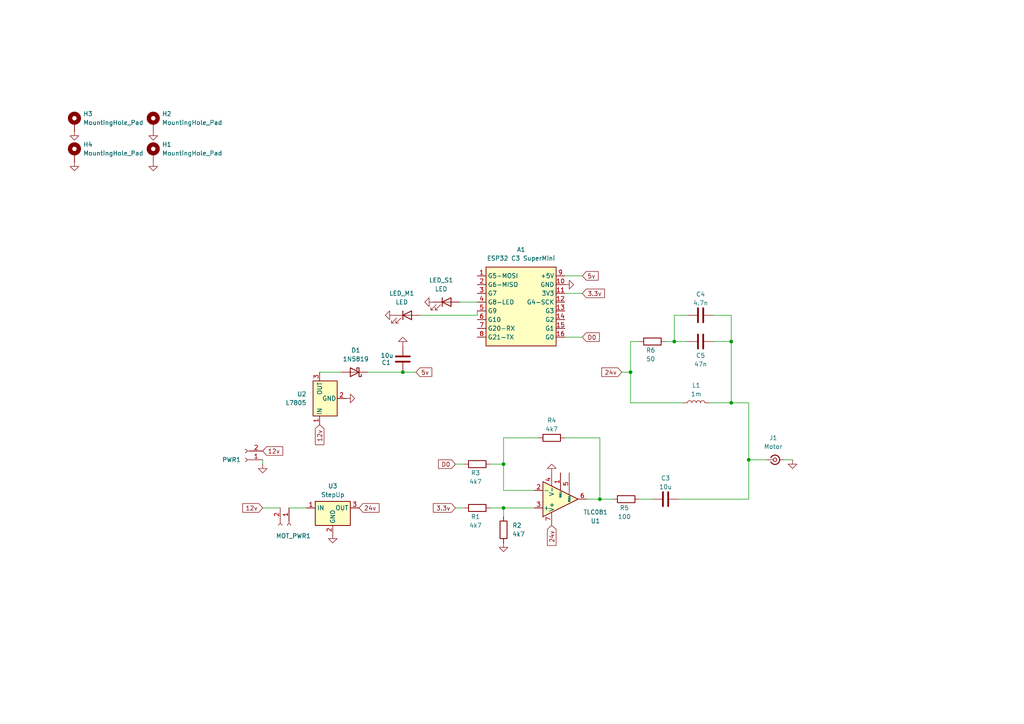
<source format=kicad_sch>
(kicad_sch (version 20231120) (generator "eeschema") (generator_version "8.0")
  (paper "A4")
  (lib_symbols
    (symbol "Amplifier_Operational:LM741" (pin_names (offset 0.127))
      (property "Reference" "U" (at 0 6.35 0))
      (property "Value" "LM741" (at 0 3.81 0))
      (symbol "LM741_0_1"
        (polyline (pts (xy -5.08 5.08) (xy 5.08 0) (xy -5.08 -5.08) (xy -5.08 5.08)) (stroke (width 0.254)) (fill (type background)))
      )
      (symbol "LM741_1_1"
        (pin input line (at 0 -7.62 90) (length 5.08) (name "NULL") (number "1"))
        (pin input line (at -7.62 -2.54 0) (length 2.54) (name "-") (number "2"))
        (pin input line (at -7.62 2.54 0) (length 2.54) (name "+") (number "3"))
        (pin power_in line (at -2.54 -7.62 90) (length 3.81) (name "V-") (number "4"))
        (pin input line (at 2.54 -7.62 90) (length 6.35) (name "NULL") (number "5"))
        (pin output line (at 7.62 0 180) (length 2.54) (name "~") (number "6"))
        (pin power_in line (at -2.54 7.62 270) (length 3.81) (name "V+") (number "7"))
        (pin no_connect line (at 0 2.54 270) (length 2.54) hide (name "NC") (number "8"))
      )
    )
    (symbol "Connector:Conn_01x02_Socket" (pin_names (offset 1.016) hide)
      (property "Reference" "J" (at 0 2.54 0))
      (property "Value" "Conn_01x02_Socket" (at 0 -5.08 0))
      (symbol "Conn_01x02_Socket_1_1"
        (arc (start 0 -2.032) (mid -0.5058 -2.54) (end 0 -3.048) (stroke (width 0.1524)))
        (polyline (pts (xy -1.27 -2.54) (xy -0.508 -2.54)) (stroke (width 0.1524)))
        (polyline (pts (xy -1.27 0) (xy -0.508 0)) (stroke (width 0.1524)))
        (arc (start 0 0.508) (mid -0.5058 0) (end 0 -0.508) (stroke (width 0.1524)))
        (pin passive line (at -5.08 0 0) (length 3.81) (name "Pin_1") (number "1"))
        (pin passive line (at -5.08 -2.54 0) (length 3.81) (name "Pin_2") (number "2"))
      )
    )
    (symbol "Connector:Conn_Coaxial_Small" (pin_numbers hide) (pin_names (offset 1.016) hide)
      (property "Reference" "J" (at 0.254 3.048 0))
      (property "Value" "Conn_Coaxial_Small" (at 0 -3.81 0))
      (symbol "Conn_Coaxial_Small_0_1"
        (polyline (pts (xy -2.54 0) (xy -0.508 0)))
        (circle (center 0 0) (radius 0.508) (stroke (width 0.2032)))
      )
      (symbol "Conn_Coaxial_Small_1_1"
        (arc (start -1.1916 -0.6311) (mid 0.327 -1.3081) (end 1.3484 0.0039) (stroke (width 0.3048)))
        (arc (start 1.3484 -0.0039) (mid 0.327 1.3081) (end -1.1916 0.6311) (stroke (width 0.3048)))
        (pin passive line (at -2.54 0 0) (length 1.27) (name "In") (number "1"))
        (pin passive line (at 2.54 0 180) (length 1.27) (name "Ext") (number "2"))
      )
    )
    (symbol "Device:C" (pin_numbers hide) (pin_names (offset 0.254))
      (property "Reference" "C" (at 0.635 2.54 0))
      (property "Value" "C" (at 0.635 -2.54 0))
      (symbol "C_0_1"
        (polyline (pts (xy -2.032 -0.762) (xy 2.032 -0.762)) (stroke (width 0.508)))
        (polyline (pts (xy -2.032 0.762) (xy 2.032 0.762)) (stroke (width 0.508)))
      )
      (symbol "C_1_1"
        (pin passive line (at 0 3.81 270) (length 2.794) (name "~") (number "1"))
        (pin passive line (at 0 -3.81 90) (length 2.794) (name "~") (number "2"))
      )
    )
    (symbol "Device:L" (pin_numbers hide) (pin_names (offset 1.016) hide)
      (property "Reference" "L" (at -1.27 0 90))
      (property "Value" "L" (at 1.905 0 90))
      (symbol "L_0_1"
        (arc (start 0 -2.54) (mid 0.6323 -1.905) (end 0 -1.27))
        (arc (start 0 -1.27) (mid 0.6323 -0.635) (end 0 0))
        (arc (start 0 0) (mid 0.6323 0.635) (end 0 1.27))
        (arc (start 0 1.27) (mid 0.6323 1.905) (end 0 2.54))
      )
      (symbol "L_1_1"
        (pin passive line (at 0 3.81 270) (length 1.27) (name "1") (number "1"))
        (pin passive line (at 0 -3.81 90) (length 1.27) (name "2") (number "2"))
      )
    )
    (symbol "Device:LED" (pin_numbers hide) (pin_names (offset 1.016) hide)
      (property "Reference" "D" (at 0 2.54 0))
      (property "Value" "LED" (at 0 -2.54 0))
      (symbol "LED_0_1"
        (polyline (pts (xy -1.27 -1.27) (xy -1.27 1.27)) (stroke (width 0.254)))
        (polyline (pts (xy -1.27 0) (xy 1.27 0)))
        (polyline (pts (xy 1.27 -1.27) (xy 1.27 1.27) (xy -1.27 0) (xy 1.27 -1.27)) (stroke (width 0.254)))
        (polyline (pts (xy -3.048 -0.762) (xy -4.572 -2.286) (xy -3.81 -2.286) (xy -4.572 -2.286) (xy -4.572 -1.524)))
        (polyline (pts (xy -1.778 -0.762) (xy -3.302 -2.286) (xy -2.54 -2.286) (xy -3.302 -2.286) (xy -3.302 -1.524)))
      )
      (symbol "LED_1_1"
        (pin passive line (at -3.81 0 0) (length 2.54) (name "K") (number "1"))
        (pin passive line (at 3.81 0 180) (length 2.54) (name "A") (number "2"))
      )
    )
    (symbol "Device:R" (pin_numbers hide) (pin_names (offset 0))
      (property "Reference" "R" (at 2.032 0 90))
      (property "Value" "R" (at 0 0 90))
      (symbol "R_0_1"
        (rectangle (start -1.016 -2.54) (end 1.016 2.54) (stroke (width 0.254)))
      )
      (symbol "R_1_1"
        (pin passive line (at 0 3.81 270) (length 1.27) (name "~") (number "1"))
        (pin passive line (at 0 -3.81 90) (length 1.27) (name "~") (number "2"))
      )
    )
    (symbol "Diode:1N5819" (pin_numbers hide) (pin_names (offset 1.016) hide)
      (property "Reference" "D" (at 0 2.54 0))
      (property "Value" "1N5819" (at 0 -2.54 0))
      (symbol "1N5819_0_1"
        (polyline (pts (xy 1.27 0) (xy -1.27 0)))
        (polyline (pts (xy 1.27 1.27) (xy 1.27 -1.27) (xy -1.27 0) (xy 1.27 1.27)) (stroke (width 0.254)))
        (polyline (pts (xy -1.905 0.635) (xy -1.905 1.27) (xy -1.27 1.27) (xy -1.27 -1.27) (xy -0.635 -1.27) (xy -0.635 -0.635)) (stroke (width 0.254)))
      )
      (symbol "1N5819_1_1"
        (pin passive line (at -3.81 0 0) (length 2.54) (name "K") (number "1"))
        (pin passive line (at 3.81 0 180) (length 2.54) (name "A") (number "2"))
      )
    )
    (symbol "Mechanical:MountingHole_Pad" (pin_numbers hide) (pin_names (offset 1.016) hide) (exclude_from_sim yes) (in_bom no)
      (property "Reference" "H" (at 0 6.35 0))
      (property "Value" "MountingHole_Pad" (at 0 4.445 0))
      (symbol "MountingHole_Pad_0_1"
        (circle (center 0 1.27) (radius 1.27) (stroke (width 1.27)))
      )
      (symbol "MountingHole_Pad_1_1"
        (pin input line (at 0 -2.54 90) (length 2.54) (name "1") (number "1"))
      )
    )
    (symbol "Regulator_Linear:L7805" (pin_names (offset 0.254))
      (property "Reference" "U" (at -3.81 3.175 0))
      (property "Value" "L7805" (at 0 3.175 0))
      (symbol "L7805_0_1"
        (rectangle (start -5.08 1.905) (end 5.08 -5.08) (stroke (width 0.254)) (fill (type background)))
      )
      (symbol "L7805_1_1"
        (pin power_in line (at -7.62 0 0) (length 2.54) (name "IN") (number "1"))
        (pin power_in line (at 0 -7.62 90) (length 2.54) (name "GND") (number "2"))
        (pin power_out line (at 7.62 0 180) (length 2.54) (name "OUT") (number "3"))
      )
    )
    (symbol "Symbols:ESP32 C3 SuperMini"
      (property "Reference" "A" (at -10.16 23.495 0))
      (property "Value" "ESP32 C3 SuperMini" (at -6.604 25.4 0))
      (symbol "ESP32 C3 SuperMini_0_1"
        (rectangle (start -10.16 22.86) (end 10.16 0) (stroke (width 0.254)) (fill (type background)))
      )
      (symbol "ESP32 C3 SuperMini_1_1"
        (pin bidirectional line (at -12.7 20.32 0) (length 2.54) (name "G5-MOSI") (number "1"))
        (pin power_in line (at 12.7 17.78 180) (length 2.54) (name "GND") (number "10"))
        (pin power_out line (at 12.7 15.24 180) (length 2.54) (name "3V3") (number "11"))
        (pin bidirectional line (at 12.7 12.7 180) (length 2.54) (name "G4-SCK") (number "12"))
        (pin bidirectional line (at 12.7 10.16 180) (length 2.54) (name "G3") (number "13"))
        (pin bidirectional line (at 12.7 7.62 180) (length 2.54) (name "G2") (number "14"))
        (pin bidirectional line (at 12.7 5.08 180) (length 2.54) (name "G1") (number "15"))
        (pin bidirectional line (at 12.7 2.54 180) (length 2.54) (name "G0") (number "16"))
        (pin bidirectional line (at -12.7 17.78 0) (length 2.54) (name "G6-MISO") (number "2"))
        (pin bidirectional line (at -12.7 15.24 0) (length 2.54) (name "G7") (number "3"))
        (pin bidirectional line (at -12.7 12.7 0) (length 2.54) (name "G8-LED") (number "4"))
        (pin bidirectional line (at -12.7 10.16 0) (length 2.54) (name "G9") (number "5"))
        (pin bidirectional line (at -12.7 7.62 0) (length 2.54) (name "G10") (number "6"))
        (pin bidirectional line (at -12.7 5.08 0) (length 2.54) (name "G20-RX") (number "7"))
        (pin bidirectional line (at -12.7 2.54 0) (length 2.54) (name "G21-TX") (number "8"))
        (pin power_in line (at 12.7 20.32 180) (length 2.54) (name "+5V") (number "9"))
      )
    )
    (symbol "Symbols:StepUp"
      (property "Reference" "U" (at 0 0 0))
      (property "Value" "StepUp" (at 0 0 0))
      (symbol "StepUp_0_1"
        (rectangle (start -11.43 10.795) (end -1.27 3.81) (stroke (width 0.254)) (fill (type background)))
      )
      (symbol "StepUp_1_1"
        (pin power_in line (at -13.97 8.89 0) (length 2.54) (name "IN") (number "1"))
        (pin power_in line (at -6.35 1.27 90) (length 2.54) (name "GND") (number "2"))
        (pin power_out line (at 1.27 8.89 180) (length 2.54) (name "OUT") (number "3"))
      )
    )
    (symbol "power:GND" (power) (pin_numbers hide) (pin_names (offset 0) hide)
      (property "Value" "GND" (at 0 -3.81 0))
      (symbol "GND_0_1"
        (polyline (pts (xy 0 0) (xy 0 -1.27) (xy 1.27 -1.27) (xy 0 -2.54) (xy -1.27 -1.27) (xy 0 -1.27)))
      )
      (symbol "GND_1_1"
        (pin power_in line (at 0 0 270) (length 0) (name "~") (number "1"))
      )
    )
  )
  (junction (at 182.88 107.95))
  (junction (at 212.09 99.06))
  (junction (at 195.58 99.06))
  (junction (at 173.99 144.78))
  (junction (at 217.17 133.35))
  (junction (at 146.05 147.32))
  (junction (at 146.05 134.62))
  (junction (at 116.84 107.95))
  (junction (at 212.09 116.84))
  (wire (pts (xy 212.09 99.06) (xy 212.09 116.84)))
  (wire (pts (xy 76.2 133.35) (xy 76.2 134.62)))
  (wire (pts (xy 146.05 134.62) (xy 146.05 142.24)))
  (wire (pts (xy 142.24 134.62) (xy 146.05 134.62)))
  (wire (pts (xy 173.99 144.78) (xy 170.18 144.78)))
  (wire (pts (xy 106.68 107.95) (xy 116.84 107.95)))
  (wire (pts (xy 217.17 144.78) (xy 217.17 133.35)))
  (wire (pts (xy 132.08 134.62) (xy 134.62 134.62)))
  (wire (pts (xy 146.05 127) (xy 146.05 134.62)))
  (wire (pts (xy 222.25 133.35) (xy 217.17 133.35)))
  (wire (pts (xy 217.17 116.84) (xy 217.17 133.35)))
  (wire (pts (xy 116.84 107.95) (xy 120.65 107.95)))
  (wire (pts (xy 173.99 127) (xy 173.99 144.78)))
  (wire (pts (xy 76.2 147.32) (xy 81.28 147.32)))
  (wire (pts (xy 168.91 97.79) (xy 163.83 97.79)))
  (wire (pts (xy 132.08 147.32) (xy 134.62 147.32)))
  (wire (pts (xy 146.05 147.32) (xy 154.94 147.32)))
  (wire (pts (xy 138.43 91.44) (xy 138.43 90.17)))
  (wire (pts (xy 198.12 116.84) (xy 182.88 116.84)))
  (wire (pts (xy 195.58 91.44) (xy 195.58 99.06)))
  (wire (pts (xy 182.88 107.95) (xy 182.88 116.84)))
  (wire (pts (xy 92.71 107.95) (xy 99.06 107.95)))
  (wire (pts (xy 185.42 99.06) (xy 182.88 99.06)))
  (wire (pts (xy 229.87 133.35) (xy 227.33 133.35)))
  (wire (pts (xy 168.91 85.09) (xy 163.83 85.09)))
  (wire (pts (xy 212.09 91.44) (xy 212.09 99.06)))
  (wire (pts (xy 138.43 91.44) (xy 121.92 91.44)))
  (wire (pts (xy 212.09 99.06) (xy 207.01 99.06)))
  (wire (pts (xy 133.35 87.63) (xy 138.43 87.63)))
  (wire (pts (xy 180.34 107.95) (xy 182.88 107.95)))
  (wire (pts (xy 168.91 80.01) (xy 163.83 80.01)))
  (wire (pts (xy 173.99 144.78) (xy 177.8 144.78)))
  (wire (pts (xy 142.24 147.32) (xy 146.05 147.32)))
  (wire (pts (xy 189.23 144.78) (xy 185.42 144.78)))
  (wire (pts (xy 83.82 147.32) (xy 88.9 147.32)))
  (wire (pts (xy 195.58 91.44) (xy 199.39 91.44)))
  (wire (pts (xy 146.05 149.86) (xy 146.05 147.32)))
  (wire (pts (xy 217.17 116.84) (xy 212.09 116.84)))
  (wire (pts (xy 195.58 99.06) (xy 199.39 99.06)))
  (wire (pts (xy 156.21 127) (xy 146.05 127)))
  (wire (pts (xy 212.09 116.84) (xy 205.74 116.84)))
  (wire (pts (xy 163.83 127) (xy 173.99 127)))
  (wire (pts (xy 146.05 142.24) (xy 154.94 142.24)))
  (wire (pts (xy 196.85 144.78) (xy 217.17 144.78)))
  (wire (pts (xy 182.88 99.06) (xy 182.88 107.95)))
  (wire (pts (xy 193.04 99.06) (xy 195.58 99.06)))
  (wire (pts (xy 212.09 91.44) (xy 207.01 91.44)))
  (global_label "3.3v" (shape input) (at 168.91 85.09 0) (property "Intersheetrefs" "${INTERSHEET_REFS}" (effects (hide yes))))
  (global_label "12v" (shape input) (at 76.2 130.81 0) (property "Intersheetrefs" "${INTERSHEET_REFS}" (effects (hide yes))))
  (global_label "24v" (shape input) (at 180.34 107.95 180) (property "Intersheetrefs" "${INTERSHEET_REFS}" (effects (hide yes))))
  (global_label "12v" (shape input) (at 92.71 123.19 270) (property "Intersheetrefs" "${INTERSHEET_REFS}" (effects (hide yes))))
  (global_label "3.3v" (shape input) (at 132.08 147.32 180) (property "Intersheetrefs" "${INTERSHEET_REFS}" (effects (hide yes))))
  (global_label "5v" (shape input) (at 120.65 107.95 0) (property "Intersheetrefs" "${INTERSHEET_REFS}" (effects (hide yes))))
  (global_label "24v" (shape input) (at 160.02 152.4 270) (property "Intersheetrefs" "${INTERSHEET_REFS}" (effects (hide yes))))
  (global_label "24v" (shape input) (at 104.14 147.32 0) (property "Intersheetrefs" "${INTERSHEET_REFS}" (effects (hide yes))))
  (global_label "5v" (shape input) (at 168.91 80.01 0) (property "Intersheetrefs" "${INTERSHEET_REFS}" (effects (hide yes))))
  (global_label "D0" (shape input) (at 168.91 97.79 0) (property "Intersheetrefs" "${INTERSHEET_REFS}" (effects (hide yes))))
  (global_label "D0" (shape input) (at 132.08 134.62 180) (property "Intersheetrefs" "${INTERSHEET_REFS}" (effects (hide yes))))
  (global_label "12v" (shape input) (at 76.2 147.32 180) (property "Intersheetrefs" "${INTERSHEET_REFS}" (effects (hide yes))))
  (symbol (lib_id "power:GND") (at 21.59 38.1 0) (mirror y) (unit 1)
    (property "Reference" "#PWR013" (effects (hide yes)))
    (property "Value" "GND" (effects (hide yes)))
    (property "Description" "Power symbol creates a global label with name \"GND\" , ground" (effects (hide yes)))
  )
  (symbol (lib_id "Device:R") (at 146.05 153.67 180) (unit 1)
    (property "Reference" "R2" (at 148.59 152.3999 0) (effects (justify right)))
    (property "Value" "4k7" (at 148.59 154.9399 0) (effects (justify right)))
    (property "Footprint" "Resistor_THT:R_Axial_DIN0207_L6.3mm_D2.5mm_P10.16mm_Horizontal" (effects (hide yes)))
    (property "Description" "Resistor" (effects (hide yes)))
  )
  (symbol (lib_id "Symbols:ESP32 C3 SuperMini") (at 151.13 100.33 0) (unit 1)
    (property "Reference" "A1" (at 151.13 72.39 0))
    (property "Value" "ESP32 C3 SuperMini" (at 151.13 74.93 0))
    (property "Footprint" "Footprints:ESP32SuperMini_smd" (effects (hide yes)))
  )
  (symbol (lib_id "Connector:Conn_01x02_Socket") (at 71.12 133.35 180) (unit 1)
    (property "Reference" "PWR1" (at 69.85 133.3501 0) (effects (justify left)))
    (property "Value" "Conn_01x02_Socket" (effects (hide yes)))
    (property "Footprint" "Footprints:PW BarrelJack" (effects (hide yes)))
    (property "Description" "Generic connector, single row, 01x02, script generated" (effects (hide yes)))
  )
  (symbol (lib_id "power:GND") (at 163.83 82.55 90) (mirror x) (unit 1)
    (property "Reference" "#PWR06" (effects (hide yes)))
    (property "Value" "GND" (effects (hide yes)))
    (property "Description" "Power symbol creates a global label with name \"GND\" , ground" (effects (hide yes)))
  )
  (symbol (lib_id "Mechanical:MountingHole_Pad") (at 21.59 35.56 0) (unit 1) (exclude_from_sim yes) (in_bom no)
    (property "Reference" "H3" (at 24.13 33.0199 0) (effects (justify left)))
    (property "Value" "MountingHole_Pad" (at 24.13 35.5599 0) (effects (justify left)))
    (property "Footprint" "MountingHole:MountingHole_3.2mm_M3_DIN965_Pad" (effects (hide yes)))
    (property "Description" "Mounting Hole with connection" (effects (hide yes)))
  )
  (symbol (lib_id "Mechanical:MountingHole_Pad") (at 21.59 44.45 0) (unit 1) (exclude_from_sim yes) (in_bom no)
    (property "Reference" "H4" (at 24.13 41.9099 0) (effects (justify left)))
    (property "Value" "MountingHole_Pad" (at 24.13 44.4499 0) (effects (justify left)))
    (property "Footprint" "MountingHole:MountingHole_3.2mm_M3_DIN965_Pad" (effects (hide yes)))
    (property "Description" "Mounting Hole with connection" (effects (hide yes)))
  )
  (symbol (lib_id "Device:LED") (at 129.54 87.63 0) (unit 1)
    (property "Reference" "LED_S1" (at 127.9525 81.28 0))
    (property "Value" "LED" (at 127.9525 83.82 0))
    (property "Footprint" "LED_THT:LED_D3.0mm" (effects (hide yes)))
    (property "Description" "Light emitting diode" (effects (hide yes)))
  )
  (symbol (lib_id "Device:LED") (at 118.11 91.44 0) (unit 1)
    (property "Reference" "LED_M1" (at 116.5225 85.09 0))
    (property "Value" "LED" (at 116.5225 87.63 0))
    (property "Footprint" "LED_THT:LED_D3.0mm" (effects (hide yes)))
    (property "Description" "Light emitting diode" (effects (hide yes)))
  )
  (symbol (lib_id "Diode:1N5819") (at 102.87 107.95 180) (unit 1)
    (property "Reference" "D1" (at 103.1875 101.6 0))
    (property "Value" "1N5819" (at 103.1875 104.14 0))
    (property "Footprint" "Diode_THT:D_DO-41_SOD81_P10.16mm_Horizontal" (effects (hide yes)))
    (property "Datasheet" "http://www.vishay.com/docs/88525/1n5817.pdf" (effects (hide yes)))
    (property "Description" "40V 1A Schottky Barrier Rectifier Diode, DO-41" (effects (hide yes)))
  )
  (symbol (lib_id "power:GND") (at 44.45 46.99 0) (mirror y) (unit 1)
    (property "Reference" "#PWR011" (effects (hide yes)))
    (property "Value" "GND" (effects (hide yes)))
    (property "Description" "Power symbol creates a global label with name \"GND\" , ground" (effects (hide yes)))
  )
  (symbol (lib_id "Regulator_Linear:L7805") (at 92.71 115.57 90) (unit 1)
    (property "Reference" "U2" (at 88.9 114.2999 90) (effects (justify left)))
    (property "Value" "L7805" (at 88.9 116.8399 90) (effects (justify left)))
    (property "Footprint" "Package_TO_SOT_THT:TO-220-3_Horizontal_TabDown" (effects (hide yes)))
    (property "Datasheet" "http://www.st.com/content/ccc/resource/technical/document/datasheet/41/4f/b3/b0/12/d4/47/88/CD00000444.pdf/files/CD00000444.pdf/jcr:content/translations/en.CD00000444.pdf" (effects (hide yes)))
    (property "Description" "Positive 1.5A 35V Linear Regulator, Fixed Output 5V, TO-220/TO-263/TO-252" (effects (hide yes)))
  )
  (symbol (lib_id "power:GND") (at 100.33 115.57 90) (mirror x) (unit 1)
    (property "Reference" "#PWR09" (effects (hide yes)))
    (property "Value" "GND" (effects (hide yes)))
    (property "Description" "Power symbol creates a global label with name \"GND\" , ground" (effects (hide yes)))
  )
  (symbol (lib_id "Device:R") (at 138.43 134.62 90) (unit 1)
    (property "Reference" "R3" (at 137.922 137.16 90))
    (property "Value" "4k7" (at 137.922 139.7 90))
    (property "Footprint" "Resistor_THT:R_Axial_DIN0207_L6.3mm_D2.5mm_P10.16mm_Horizontal" (effects (hide yes)))
    (property "Description" "Resistor" (effects (hide yes)))
  )
  (symbol (lib_id "Device:R") (at 189.23 99.06 90) (unit 1)
    (property "Reference" "R6" (at 188.722 101.6 90))
    (property "Value" "50" (at 188.722 104.14 90))
    (property "Footprint" "Resistor_THT:R_Axial_DIN0207_L6.3mm_D2.5mm_P10.16mm_Horizontal" (effects (hide yes)))
    (property "Description" "Resistor" (effects (hide yes)))
  )
  (symbol (lib_id "power:GND") (at 21.59 46.99 0) (mirror y) (unit 1)
    (property "Reference" "#PWR014" (effects (hide yes)))
    (property "Value" "GND" (effects (hide yes)))
    (property "Description" "Power symbol creates a global label with name \"GND\" , ground" (effects (hide yes)))
  )
  (symbol (lib_id "Mechanical:MountingHole_Pad") (at 44.45 35.56 0) (unit 1) (exclude_from_sim yes) (in_bom no)
    (property "Reference" "H2" (at 46.99 33.0199 0) (effects (justify left)))
    (property "Value" "MountingHole_Pad" (at 46.99 35.5599 0) (effects (justify left)))
    (property "Footprint" "MountingHole:MountingHole_3.2mm_M3_DIN965_Pad" (effects (hide yes)))
    (property "Description" "Mounting Hole with connection" (effects (hide yes)))
  )
  (symbol (lib_id "Connector:Conn_Coaxial_Small") (at 224.79 133.35 0) (unit 1)
    (property "Reference" "J1" (at 224.2704 127 0))
    (property "Value" "Motor" (at 224.2704 129.54 0))
    (property "Footprint" "Footprints:SMA_Conn" (effects (hide yes)))
    (property "Description" "small coaxial connector (BNC, SMA, SMB, SMC, Cinch/RCA, LEMO, ...)" (effects (hide yes)))
  )
  (symbol (lib_id "Symbols:StepUp") (at 102.87 156.21 0) (unit 1)
    (property "Reference" "U3" (at 96.52 140.97 0))
    (property "Value" "StepUp" (at 96.52 143.51 0))
    (property "Footprint" "Footprints:StepUp" (effects (hide yes)))
  )
  (symbol (lib_id "power:GND") (at 125.73 87.63 270) (mirror x) (unit 1)
    (property "Reference" "#PWR03" (effects (hide yes)))
    (property "Value" "GND" (effects (hide yes)))
    (property "Description" "Power symbol creates a global label with name \"GND\" , ground" (effects (hide yes)))
  )
  (symbol (lib_id "power:GND") (at 160.02 137.16 180) (unit 1)
    (property "Reference" "#PWR05" (effects (hide yes)))
    (property "Value" "GND" (effects (hide yes)))
    (property "Description" "Power symbol creates a global label with name \"GND\" , ground" (effects (hide yes)))
  )
  (symbol (lib_id "Device:R") (at 181.61 144.78 90) (unit 1)
    (property "Reference" "R5" (at 181.102 147.32 90))
    (property "Value" "100" (at 181.102 149.86 90))
    (property "Footprint" "Resistor_THT:R_Axial_DIN0207_L6.3mm_D2.5mm_P10.16mm_Horizontal" (effects (hide yes)))
    (property "Description" "Resistor" (effects (hide yes)))
  )
  (symbol (lib_id "Amplifier_Operational:LM741") (at 162.56 144.78 0) (mirror x) (unit 1)
    (property "Reference" "U1" (at 172.72 151.0986 0))
    (property "Value" "TLC081" (at 172.72 148.5586 0))
    (property "Footprint" "Package_DIP:DIP-8_W7.62mm" (effects (hide yes)))
    (property "Datasheet" "http://www.ti.com/lit/ds/symlink/lm741.pdf" (effects (hide yes)))
    (property "Description" "Operational Amplifier, DIP-8/TO-99-8" (effects (hide yes)))
  )
  (symbol (lib_id "power:GND") (at 96.52 154.94 0) (mirror y) (unit 1)
    (property "Reference" "#PWR08" (effects (hide yes)))
    (property "Value" "GND" (effects (hide yes)))
    (property "Description" "Power symbol creates a global label with name \"GND\" , ground" (effects (hide yes)))
  )
  (symbol (lib_id "Device:R") (at 160.02 127 90) (unit 1)
    (property "Reference" "R4" (at 160.02 121.92 90))
    (property "Value" "4k7" (at 160.02 124.46 90))
    (property "Footprint" "Resistor_THT:R_Axial_DIN0207_L6.3mm_D2.5mm_P10.16mm_Horizontal" (effects (hide yes)))
    (property "Description" "Resistor" (effects (hide yes)))
  )
  (symbol (lib_id "Device:L") (at 201.93 116.84 90) (unit 1)
    (property "Reference" "L1" (at 201.93 111.76 90))
    (property "Value" "1m" (at 201.93 114.3 90))
    (property "Footprint" "Inductor_THT:L_Radial_D10.0mm_P5.00mm_Neosid_SD12k_style3" (effects (hide yes)))
    (property "Description" "Inductor" (effects (hide yes)))
  )
  (symbol (lib_id "Device:C") (at 116.84 104.14 0) (mirror x) (unit 1)
    (property "Reference" "C1" (at 112.014 105.156 0))
    (property "Value" "10u" (at 112.268 103.124 0))
    (property "Footprint" "Capacitor_THT:CP_Radial_D6.3mm_P2.50mm" (effects (hide yes)))
    (property "Description" "Unpolarized capacitor" (effects (hide yes)))
  )
  (symbol (lib_id "power:GND") (at 76.2 134.62 0) (mirror y) (unit 1)
    (property "Reference" "#PWR01" (effects (hide yes)))
    (property "Value" "GND" (effects (hide yes)))
    (property "Description" "Power symbol creates a global label with name \"GND\" , ground" (effects (hide yes)))
  )
  (symbol (lib_id "Connector:Conn_01x02_Socket") (at 83.82 152.4 270) (unit 1)
    (property "Reference" "MOT_PWR1" (at 80.01 155.448 90) (effects (justify left)))
    (property "Value" "Conn_01x02_Socket" (effects (hide yes)))
    (property "Footprint" "Connector_PinHeader_2.54mm:PinHeader_1x02_P2.54mm_Vertical" (effects (hide yes)))
    (property "Description" "Generic connector, single row, 01x02, script generated" (effects (hide yes)))
  )
  (symbol (lib_id "power:GND") (at 229.87 133.35 0) (mirror y) (unit 1)
    (property "Reference" "#PWR02" (effects (hide yes)))
    (property "Value" "GND" (effects (hide yes)))
    (property "Description" "Power symbol creates a global label with name \"GND\" , ground" (effects (hide yes)))
  )
  (symbol (lib_id "Device:C") (at 203.2 99.06 270) (unit 1)
    (property "Reference" "C5" (at 203.2 103.124 90))
    (property "Value" "47n" (at 203.2 105.664 90))
    (property "Footprint" "Capacitor_THT:C_Disc_D5.1mm_W3.2mm_P5.00mm" (effects (hide yes)))
    (property "Description" "Unpolarized capacitor" (effects (hide yes)))
  )
  (symbol (lib_id "power:GND") (at 44.45 38.1 0) (mirror y) (unit 1)
    (property "Reference" "#PWR012" (effects (hide yes)))
    (property "Value" "GND" (effects (hide yes)))
    (property "Description" "Power symbol creates a global label with name \"GND\" , ground" (effects (hide yes)))
  )
  (symbol (lib_id "Device:C") (at 203.2 91.44 270) (unit 1)
    (property "Reference" "C4" (at 203.2 85.344 90))
    (property "Value" "4.7n" (at 203.2 87.884 90))
    (property "Footprint" "Capacitor_THT:C_Disc_D5.1mm_W3.2mm_P5.00mm" (effects (hide yes)))
    (property "Description" "Unpolarized capacitor" (effects (hide yes)))
  )
  (symbol (lib_id "power:GND") (at 114.3 91.44 270) (mirror x) (unit 1)
    (property "Reference" "#PWR010" (effects (hide yes)))
    (property "Value" "GND" (effects (hide yes)))
    (property "Description" "Power symbol creates a global label with name \"GND\" , ground" (effects (hide yes)))
  )
  (symbol (lib_id "power:GND") (at 116.84 100.33 0) (mirror x) (unit 1)
    (property "Reference" "#PWR04" (effects (hide yes)))
    (property "Value" "GND" (effects (hide yes)))
    (property "Description" "Power symbol creates a global label with name \"GND\" , ground" (effects (hide yes)))
  )
  (symbol (lib_id "power:GND") (at 146.05 157.48 0) (unit 1)
    (property "Reference" "#PWR07" (effects (hide yes)))
    (property "Value" "GND" (effects (hide yes)))
    (property "Description" "Power symbol creates a global label with name \"GND\" , ground" (effects (hide yes)))
  )
  (symbol (lib_id "Mechanical:MountingHole_Pad") (at 44.45 44.45 0) (unit 1) (exclude_from_sim yes) (in_bom no)
    (property "Reference" "H1" (at 46.99 41.9099 0) (effects (justify left)))
    (property "Value" "MountingHole_Pad" (at 46.99 44.4499 0) (effects (justify left)))
    (property "Footprint" "MountingHole:MountingHole_3.2mm_M3_DIN965_Pad" (effects (hide yes)))
    (property "Description" "Mounting Hole with connection" (effects (hide yes)))
  )
  (symbol (lib_id "Device:R") (at 138.43 147.32 90) (unit 1)
    (property "Reference" "R1" (at 137.922 149.86 90))
    (property "Value" "4k7" (at 137.922 152.4 90))
    (property "Footprint" "Resistor_THT:R_Axial_DIN0207_L6.3mm_D2.5mm_P10.16mm_Horizontal" (effects (hide yes)))
    (property "Description" "Resistor" (effects (hide yes)))
  )
  (symbol (lib_id "Device:C") (at 193.04 144.78 270) (unit 1)
    (property "Reference" "C3" (at 193.04 138.684 90))
    (property "Value" "10u" (at 193.04 141.224 90))
    (property "Footprint" "Capacitor_THT:C_Disc_D5.1mm_W3.2mm_P5.00mm" (effects (hide yes)))
    (property "Description" "Unpolarized capacitor" (effects (hide yes)))
  )
)
</source>
